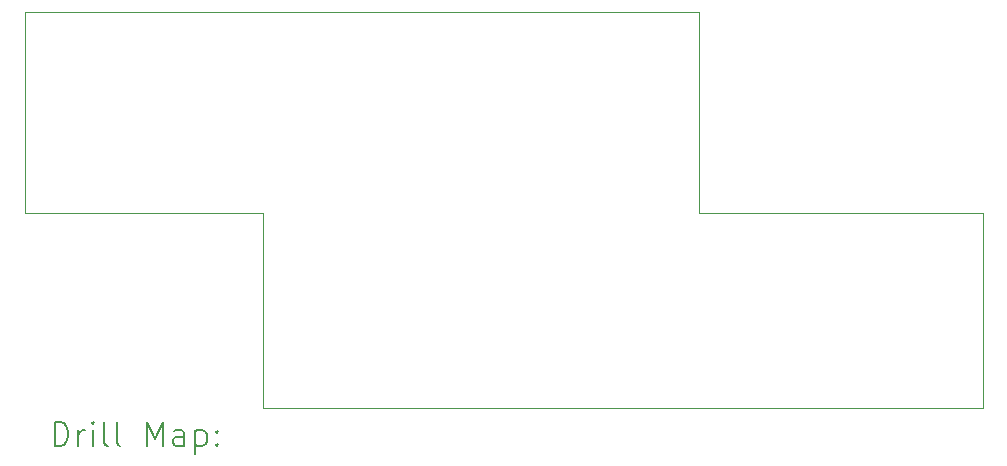
<source format=gbr>
%TF.GenerationSoftware,KiCad,Pcbnew,7.0.10*%
%TF.CreationDate,2024-06-09T02:47:35+01:00*%
%TF.ProjectId,Electron-PS2Slim,456c6563-7472-46f6-9e2d-505332536c69,rev?*%
%TF.SameCoordinates,Original*%
%TF.FileFunction,Drillmap*%
%TF.FilePolarity,Positive*%
%FSLAX45Y45*%
G04 Gerber Fmt 4.5, Leading zero omitted, Abs format (unit mm)*
G04 Created by KiCad (PCBNEW 7.0.10) date 2024-06-09 02:47:35*
%MOMM*%
%LPD*%
G01*
G04 APERTURE LIST*
%ADD10C,0.100000*%
%ADD11C,0.200000*%
G04 APERTURE END LIST*
D10*
X7992500Y-9907500D02*
X10395000Y-9907500D01*
X10395000Y-11565000D01*
X4300000Y-11565000D01*
X4300000Y-9907500D01*
X2282500Y-9907500D01*
X2282500Y-8205000D01*
X7992500Y-8205000D01*
X7992500Y-9907500D01*
D11*
X2538277Y-11881484D02*
X2538277Y-11681484D01*
X2538277Y-11681484D02*
X2585896Y-11681484D01*
X2585896Y-11681484D02*
X2614467Y-11691008D01*
X2614467Y-11691008D02*
X2633515Y-11710055D01*
X2633515Y-11710055D02*
X2643039Y-11729103D01*
X2643039Y-11729103D02*
X2652563Y-11767198D01*
X2652563Y-11767198D02*
X2652563Y-11795769D01*
X2652563Y-11795769D02*
X2643039Y-11833865D01*
X2643039Y-11833865D02*
X2633515Y-11852912D01*
X2633515Y-11852912D02*
X2614467Y-11871960D01*
X2614467Y-11871960D02*
X2585896Y-11881484D01*
X2585896Y-11881484D02*
X2538277Y-11881484D01*
X2738277Y-11881484D02*
X2738277Y-11748150D01*
X2738277Y-11786246D02*
X2747801Y-11767198D01*
X2747801Y-11767198D02*
X2757324Y-11757674D01*
X2757324Y-11757674D02*
X2776372Y-11748150D01*
X2776372Y-11748150D02*
X2795420Y-11748150D01*
X2862086Y-11881484D02*
X2862086Y-11748150D01*
X2862086Y-11681484D02*
X2852562Y-11691008D01*
X2852562Y-11691008D02*
X2862086Y-11700531D01*
X2862086Y-11700531D02*
X2871610Y-11691008D01*
X2871610Y-11691008D02*
X2862086Y-11681484D01*
X2862086Y-11681484D02*
X2862086Y-11700531D01*
X2985896Y-11881484D02*
X2966848Y-11871960D01*
X2966848Y-11871960D02*
X2957324Y-11852912D01*
X2957324Y-11852912D02*
X2957324Y-11681484D01*
X3090658Y-11881484D02*
X3071610Y-11871960D01*
X3071610Y-11871960D02*
X3062086Y-11852912D01*
X3062086Y-11852912D02*
X3062086Y-11681484D01*
X3319229Y-11881484D02*
X3319229Y-11681484D01*
X3319229Y-11681484D02*
X3385896Y-11824341D01*
X3385896Y-11824341D02*
X3452562Y-11681484D01*
X3452562Y-11681484D02*
X3452562Y-11881484D01*
X3633515Y-11881484D02*
X3633515Y-11776722D01*
X3633515Y-11776722D02*
X3623991Y-11757674D01*
X3623991Y-11757674D02*
X3604943Y-11748150D01*
X3604943Y-11748150D02*
X3566848Y-11748150D01*
X3566848Y-11748150D02*
X3547801Y-11757674D01*
X3633515Y-11871960D02*
X3614467Y-11881484D01*
X3614467Y-11881484D02*
X3566848Y-11881484D01*
X3566848Y-11881484D02*
X3547801Y-11871960D01*
X3547801Y-11871960D02*
X3538277Y-11852912D01*
X3538277Y-11852912D02*
X3538277Y-11833865D01*
X3538277Y-11833865D02*
X3547801Y-11814817D01*
X3547801Y-11814817D02*
X3566848Y-11805293D01*
X3566848Y-11805293D02*
X3614467Y-11805293D01*
X3614467Y-11805293D02*
X3633515Y-11795769D01*
X3728753Y-11748150D02*
X3728753Y-11948150D01*
X3728753Y-11757674D02*
X3747801Y-11748150D01*
X3747801Y-11748150D02*
X3785896Y-11748150D01*
X3785896Y-11748150D02*
X3804943Y-11757674D01*
X3804943Y-11757674D02*
X3814467Y-11767198D01*
X3814467Y-11767198D02*
X3823991Y-11786246D01*
X3823991Y-11786246D02*
X3823991Y-11843388D01*
X3823991Y-11843388D02*
X3814467Y-11862436D01*
X3814467Y-11862436D02*
X3804943Y-11871960D01*
X3804943Y-11871960D02*
X3785896Y-11881484D01*
X3785896Y-11881484D02*
X3747801Y-11881484D01*
X3747801Y-11881484D02*
X3728753Y-11871960D01*
X3909705Y-11862436D02*
X3919229Y-11871960D01*
X3919229Y-11871960D02*
X3909705Y-11881484D01*
X3909705Y-11881484D02*
X3900182Y-11871960D01*
X3900182Y-11871960D02*
X3909705Y-11862436D01*
X3909705Y-11862436D02*
X3909705Y-11881484D01*
X3909705Y-11757674D02*
X3919229Y-11767198D01*
X3919229Y-11767198D02*
X3909705Y-11776722D01*
X3909705Y-11776722D02*
X3900182Y-11767198D01*
X3900182Y-11767198D02*
X3909705Y-11757674D01*
X3909705Y-11757674D02*
X3909705Y-11776722D01*
M02*

</source>
